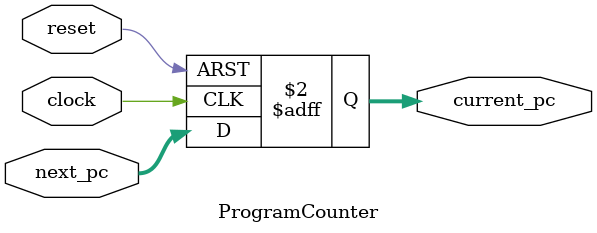
<source format=v>
`timescale 1ns/1ps
module ProgramCounter (
    input wire clock,
    input wire reset,
    input wire [31:0] next_pc,
    output reg [31:0] current_pc
);
    parameter RESET_PC = 32'h00003000;

    always @(posedge clock or posedge reset) begin
        if (reset) begin
            current_pc <= RESET_PC;
        end else begin
            current_pc <= next_pc;
        end
    end
endmodule

</source>
